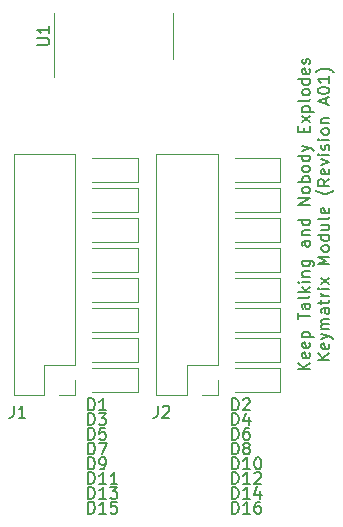
<source format=gto>
%TF.GenerationSoftware,KiCad,Pcbnew,(5.1.9)-1*%
%TF.CreationDate,2021-08-11T21:42:47+01:00*%
%TF.ProjectId,Keymatrix,4b65796d-6174-4726-9978-2e6b69636164,rev?*%
%TF.SameCoordinates,Original*%
%TF.FileFunction,Legend,Top*%
%TF.FilePolarity,Positive*%
%FSLAX46Y46*%
G04 Gerber Fmt 4.6, Leading zero omitted, Abs format (unit mm)*
G04 Created by KiCad (PCBNEW (5.1.9)-1) date 2021-08-11 21:42:47*
%MOMM*%
%LPD*%
G01*
G04 APERTURE LIST*
%ADD10C,0.150000*%
%ADD11C,0.120000*%
%ADD12O,1.700000X1.700000*%
%ADD13R,1.700000X1.700000*%
%ADD14R,1.100000X1.100000*%
%ADD15C,3.200000*%
G04 APERTURE END LIST*
D10*
X46627380Y-62619047D02*
X45627380Y-62619047D01*
X46627380Y-62047619D02*
X46055952Y-62476190D01*
X45627380Y-62047619D02*
X46198809Y-62619047D01*
X46579761Y-61238095D02*
X46627380Y-61333333D01*
X46627380Y-61523809D01*
X46579761Y-61619047D01*
X46484523Y-61666666D01*
X46103571Y-61666666D01*
X46008333Y-61619047D01*
X45960714Y-61523809D01*
X45960714Y-61333333D01*
X46008333Y-61238095D01*
X46103571Y-61190476D01*
X46198809Y-61190476D01*
X46294047Y-61666666D01*
X46579761Y-60380952D02*
X46627380Y-60476190D01*
X46627380Y-60666666D01*
X46579761Y-60761904D01*
X46484523Y-60809523D01*
X46103571Y-60809523D01*
X46008333Y-60761904D01*
X45960714Y-60666666D01*
X45960714Y-60476190D01*
X46008333Y-60380952D01*
X46103571Y-60333333D01*
X46198809Y-60333333D01*
X46294047Y-60809523D01*
X45960714Y-59904761D02*
X46960714Y-59904761D01*
X46008333Y-59904761D02*
X45960714Y-59809523D01*
X45960714Y-59619047D01*
X46008333Y-59523809D01*
X46055952Y-59476190D01*
X46151190Y-59428571D01*
X46436904Y-59428571D01*
X46532142Y-59476190D01*
X46579761Y-59523809D01*
X46627380Y-59619047D01*
X46627380Y-59809523D01*
X46579761Y-59904761D01*
X45627380Y-58380952D02*
X45627380Y-57809523D01*
X46627380Y-58095238D02*
X45627380Y-58095238D01*
X46627380Y-57047619D02*
X46103571Y-57047619D01*
X46008333Y-57095238D01*
X45960714Y-57190476D01*
X45960714Y-57380952D01*
X46008333Y-57476190D01*
X46579761Y-57047619D02*
X46627380Y-57142857D01*
X46627380Y-57380952D01*
X46579761Y-57476190D01*
X46484523Y-57523809D01*
X46389285Y-57523809D01*
X46294047Y-57476190D01*
X46246428Y-57380952D01*
X46246428Y-57142857D01*
X46198809Y-57047619D01*
X46627380Y-56428571D02*
X46579761Y-56523809D01*
X46484523Y-56571428D01*
X45627380Y-56571428D01*
X46627380Y-56047619D02*
X45627380Y-56047619D01*
X46246428Y-55952380D02*
X46627380Y-55666666D01*
X45960714Y-55666666D02*
X46341666Y-56047619D01*
X46627380Y-55238095D02*
X45960714Y-55238095D01*
X45627380Y-55238095D02*
X45675000Y-55285714D01*
X45722619Y-55238095D01*
X45675000Y-55190476D01*
X45627380Y-55238095D01*
X45722619Y-55238095D01*
X45960714Y-54761904D02*
X46627380Y-54761904D01*
X46055952Y-54761904D02*
X46008333Y-54714285D01*
X45960714Y-54619047D01*
X45960714Y-54476190D01*
X46008333Y-54380952D01*
X46103571Y-54333333D01*
X46627380Y-54333333D01*
X45960714Y-53428571D02*
X46770238Y-53428571D01*
X46865476Y-53476190D01*
X46913095Y-53523809D01*
X46960714Y-53619047D01*
X46960714Y-53761904D01*
X46913095Y-53857142D01*
X46579761Y-53428571D02*
X46627380Y-53523809D01*
X46627380Y-53714285D01*
X46579761Y-53809523D01*
X46532142Y-53857142D01*
X46436904Y-53904761D01*
X46151190Y-53904761D01*
X46055952Y-53857142D01*
X46008333Y-53809523D01*
X45960714Y-53714285D01*
X45960714Y-53523809D01*
X46008333Y-53428571D01*
X46627380Y-51761904D02*
X46103571Y-51761904D01*
X46008333Y-51809523D01*
X45960714Y-51904761D01*
X45960714Y-52095238D01*
X46008333Y-52190476D01*
X46579761Y-51761904D02*
X46627380Y-51857142D01*
X46627380Y-52095238D01*
X46579761Y-52190476D01*
X46484523Y-52238095D01*
X46389285Y-52238095D01*
X46294047Y-52190476D01*
X46246428Y-52095238D01*
X46246428Y-51857142D01*
X46198809Y-51761904D01*
X45960714Y-51285714D02*
X46627380Y-51285714D01*
X46055952Y-51285714D02*
X46008333Y-51238095D01*
X45960714Y-51142857D01*
X45960714Y-51000000D01*
X46008333Y-50904761D01*
X46103571Y-50857142D01*
X46627380Y-50857142D01*
X46627380Y-49952380D02*
X45627380Y-49952380D01*
X46579761Y-49952380D02*
X46627380Y-50047619D01*
X46627380Y-50238095D01*
X46579761Y-50333333D01*
X46532142Y-50380952D01*
X46436904Y-50428571D01*
X46151190Y-50428571D01*
X46055952Y-50380952D01*
X46008333Y-50333333D01*
X45960714Y-50238095D01*
X45960714Y-50047619D01*
X46008333Y-49952380D01*
X46627380Y-48714285D02*
X45627380Y-48714285D01*
X46627380Y-48142857D01*
X45627380Y-48142857D01*
X46627380Y-47523809D02*
X46579761Y-47619047D01*
X46532142Y-47666666D01*
X46436904Y-47714285D01*
X46151190Y-47714285D01*
X46055952Y-47666666D01*
X46008333Y-47619047D01*
X45960714Y-47523809D01*
X45960714Y-47380952D01*
X46008333Y-47285714D01*
X46055952Y-47238095D01*
X46151190Y-47190476D01*
X46436904Y-47190476D01*
X46532142Y-47238095D01*
X46579761Y-47285714D01*
X46627380Y-47380952D01*
X46627380Y-47523809D01*
X46627380Y-46761904D02*
X45627380Y-46761904D01*
X46008333Y-46761904D02*
X45960714Y-46666666D01*
X45960714Y-46476190D01*
X46008333Y-46380952D01*
X46055952Y-46333333D01*
X46151190Y-46285714D01*
X46436904Y-46285714D01*
X46532142Y-46333333D01*
X46579761Y-46380952D01*
X46627380Y-46476190D01*
X46627380Y-46666666D01*
X46579761Y-46761904D01*
X46627380Y-45714285D02*
X46579761Y-45809523D01*
X46532142Y-45857142D01*
X46436904Y-45904761D01*
X46151190Y-45904761D01*
X46055952Y-45857142D01*
X46008333Y-45809523D01*
X45960714Y-45714285D01*
X45960714Y-45571428D01*
X46008333Y-45476190D01*
X46055952Y-45428571D01*
X46151190Y-45380952D01*
X46436904Y-45380952D01*
X46532142Y-45428571D01*
X46579761Y-45476190D01*
X46627380Y-45571428D01*
X46627380Y-45714285D01*
X46627380Y-44523809D02*
X45627380Y-44523809D01*
X46579761Y-44523809D02*
X46627380Y-44619047D01*
X46627380Y-44809523D01*
X46579761Y-44904761D01*
X46532142Y-44952380D01*
X46436904Y-45000000D01*
X46151190Y-45000000D01*
X46055952Y-44952380D01*
X46008333Y-44904761D01*
X45960714Y-44809523D01*
X45960714Y-44619047D01*
X46008333Y-44523809D01*
X45960714Y-44142857D02*
X46627380Y-43904761D01*
X45960714Y-43666666D02*
X46627380Y-43904761D01*
X46865476Y-44000000D01*
X46913095Y-44047619D01*
X46960714Y-44142857D01*
X46103571Y-42523809D02*
X46103571Y-42190476D01*
X46627380Y-42047619D02*
X46627380Y-42523809D01*
X45627380Y-42523809D01*
X45627380Y-42047619D01*
X46627380Y-41714285D02*
X45960714Y-41190476D01*
X45960714Y-41714285D02*
X46627380Y-41190476D01*
X45960714Y-40809523D02*
X46960714Y-40809523D01*
X46008333Y-40809523D02*
X45960714Y-40714285D01*
X45960714Y-40523809D01*
X46008333Y-40428571D01*
X46055952Y-40380952D01*
X46151190Y-40333333D01*
X46436904Y-40333333D01*
X46532142Y-40380952D01*
X46579761Y-40428571D01*
X46627380Y-40523809D01*
X46627380Y-40714285D01*
X46579761Y-40809523D01*
X46627380Y-39761904D02*
X46579761Y-39857142D01*
X46484523Y-39904761D01*
X45627380Y-39904761D01*
X46627380Y-39238095D02*
X46579761Y-39333333D01*
X46532142Y-39380952D01*
X46436904Y-39428571D01*
X46151190Y-39428571D01*
X46055952Y-39380952D01*
X46008333Y-39333333D01*
X45960714Y-39238095D01*
X45960714Y-39095238D01*
X46008333Y-39000000D01*
X46055952Y-38952380D01*
X46151190Y-38904761D01*
X46436904Y-38904761D01*
X46532142Y-38952380D01*
X46579761Y-39000000D01*
X46627380Y-39095238D01*
X46627380Y-39238095D01*
X46627380Y-38047619D02*
X45627380Y-38047619D01*
X46579761Y-38047619D02*
X46627380Y-38142857D01*
X46627380Y-38333333D01*
X46579761Y-38428571D01*
X46532142Y-38476190D01*
X46436904Y-38523809D01*
X46151190Y-38523809D01*
X46055952Y-38476190D01*
X46008333Y-38428571D01*
X45960714Y-38333333D01*
X45960714Y-38142857D01*
X46008333Y-38047619D01*
X46579761Y-37190476D02*
X46627380Y-37285714D01*
X46627380Y-37476190D01*
X46579761Y-37571428D01*
X46484523Y-37619047D01*
X46103571Y-37619047D01*
X46008333Y-37571428D01*
X45960714Y-37476190D01*
X45960714Y-37285714D01*
X46008333Y-37190476D01*
X46103571Y-37142857D01*
X46198809Y-37142857D01*
X46294047Y-37619047D01*
X46579761Y-36761904D02*
X46627380Y-36666666D01*
X46627380Y-36476190D01*
X46579761Y-36380952D01*
X46484523Y-36333333D01*
X46436904Y-36333333D01*
X46341666Y-36380952D01*
X46294047Y-36476190D01*
X46294047Y-36619047D01*
X46246428Y-36714285D01*
X46151190Y-36761904D01*
X46103571Y-36761904D01*
X46008333Y-36714285D01*
X45960714Y-36619047D01*
X45960714Y-36476190D01*
X46008333Y-36380952D01*
X48277380Y-61833333D02*
X47277380Y-61833333D01*
X48277380Y-61261904D02*
X47705952Y-61690476D01*
X47277380Y-61261904D02*
X47848809Y-61833333D01*
X48229761Y-60452380D02*
X48277380Y-60547619D01*
X48277380Y-60738095D01*
X48229761Y-60833333D01*
X48134523Y-60880952D01*
X47753571Y-60880952D01*
X47658333Y-60833333D01*
X47610714Y-60738095D01*
X47610714Y-60547619D01*
X47658333Y-60452380D01*
X47753571Y-60404761D01*
X47848809Y-60404761D01*
X47944047Y-60880952D01*
X47610714Y-60071428D02*
X48277380Y-59833333D01*
X47610714Y-59595238D02*
X48277380Y-59833333D01*
X48515476Y-59928571D01*
X48563095Y-59976190D01*
X48610714Y-60071428D01*
X48277380Y-59214285D02*
X47610714Y-59214285D01*
X47705952Y-59214285D02*
X47658333Y-59166666D01*
X47610714Y-59071428D01*
X47610714Y-58928571D01*
X47658333Y-58833333D01*
X47753571Y-58785714D01*
X48277380Y-58785714D01*
X47753571Y-58785714D02*
X47658333Y-58738095D01*
X47610714Y-58642857D01*
X47610714Y-58500000D01*
X47658333Y-58404761D01*
X47753571Y-58357142D01*
X48277380Y-58357142D01*
X48277380Y-57452380D02*
X47753571Y-57452380D01*
X47658333Y-57500000D01*
X47610714Y-57595238D01*
X47610714Y-57785714D01*
X47658333Y-57880952D01*
X48229761Y-57452380D02*
X48277380Y-57547619D01*
X48277380Y-57785714D01*
X48229761Y-57880952D01*
X48134523Y-57928571D01*
X48039285Y-57928571D01*
X47944047Y-57880952D01*
X47896428Y-57785714D01*
X47896428Y-57547619D01*
X47848809Y-57452380D01*
X47610714Y-57119047D02*
X47610714Y-56738095D01*
X47277380Y-56976190D02*
X48134523Y-56976190D01*
X48229761Y-56928571D01*
X48277380Y-56833333D01*
X48277380Y-56738095D01*
X48277380Y-56404761D02*
X47610714Y-56404761D01*
X47801190Y-56404761D02*
X47705952Y-56357142D01*
X47658333Y-56309523D01*
X47610714Y-56214285D01*
X47610714Y-56119047D01*
X48277380Y-55785714D02*
X47610714Y-55785714D01*
X47277380Y-55785714D02*
X47325000Y-55833333D01*
X47372619Y-55785714D01*
X47325000Y-55738095D01*
X47277380Y-55785714D01*
X47372619Y-55785714D01*
X48277380Y-55404761D02*
X47610714Y-54880952D01*
X47610714Y-55404761D02*
X48277380Y-54880952D01*
X48277380Y-53738095D02*
X47277380Y-53738095D01*
X47991666Y-53404761D01*
X47277380Y-53071428D01*
X48277380Y-53071428D01*
X48277380Y-52452380D02*
X48229761Y-52547619D01*
X48182142Y-52595238D01*
X48086904Y-52642857D01*
X47801190Y-52642857D01*
X47705952Y-52595238D01*
X47658333Y-52547619D01*
X47610714Y-52452380D01*
X47610714Y-52309523D01*
X47658333Y-52214285D01*
X47705952Y-52166666D01*
X47801190Y-52119047D01*
X48086904Y-52119047D01*
X48182142Y-52166666D01*
X48229761Y-52214285D01*
X48277380Y-52309523D01*
X48277380Y-52452380D01*
X48277380Y-51261904D02*
X47277380Y-51261904D01*
X48229761Y-51261904D02*
X48277380Y-51357142D01*
X48277380Y-51547619D01*
X48229761Y-51642857D01*
X48182142Y-51690476D01*
X48086904Y-51738095D01*
X47801190Y-51738095D01*
X47705952Y-51690476D01*
X47658333Y-51642857D01*
X47610714Y-51547619D01*
X47610714Y-51357142D01*
X47658333Y-51261904D01*
X47610714Y-50357142D02*
X48277380Y-50357142D01*
X47610714Y-50785714D02*
X48134523Y-50785714D01*
X48229761Y-50738095D01*
X48277380Y-50642857D01*
X48277380Y-50500000D01*
X48229761Y-50404761D01*
X48182142Y-50357142D01*
X48277380Y-49738095D02*
X48229761Y-49833333D01*
X48134523Y-49880952D01*
X47277380Y-49880952D01*
X48229761Y-48976190D02*
X48277380Y-49071428D01*
X48277380Y-49261904D01*
X48229761Y-49357142D01*
X48134523Y-49404761D01*
X47753571Y-49404761D01*
X47658333Y-49357142D01*
X47610714Y-49261904D01*
X47610714Y-49071428D01*
X47658333Y-48976190D01*
X47753571Y-48928571D01*
X47848809Y-48928571D01*
X47944047Y-49404761D01*
X48658333Y-47452380D02*
X48610714Y-47500000D01*
X48467857Y-47595238D01*
X48372619Y-47642857D01*
X48229761Y-47690476D01*
X47991666Y-47738095D01*
X47801190Y-47738095D01*
X47563095Y-47690476D01*
X47420238Y-47642857D01*
X47325000Y-47595238D01*
X47182142Y-47500000D01*
X47134523Y-47452380D01*
X48277380Y-46500000D02*
X47801190Y-46833333D01*
X48277380Y-47071428D02*
X47277380Y-47071428D01*
X47277380Y-46690476D01*
X47325000Y-46595238D01*
X47372619Y-46547619D01*
X47467857Y-46500000D01*
X47610714Y-46500000D01*
X47705952Y-46547619D01*
X47753571Y-46595238D01*
X47801190Y-46690476D01*
X47801190Y-47071428D01*
X48229761Y-45690476D02*
X48277380Y-45785714D01*
X48277380Y-45976190D01*
X48229761Y-46071428D01*
X48134523Y-46119047D01*
X47753571Y-46119047D01*
X47658333Y-46071428D01*
X47610714Y-45976190D01*
X47610714Y-45785714D01*
X47658333Y-45690476D01*
X47753571Y-45642857D01*
X47848809Y-45642857D01*
X47944047Y-46119047D01*
X47610714Y-45309523D02*
X48277380Y-45071428D01*
X47610714Y-44833333D01*
X48277380Y-44452380D02*
X47610714Y-44452380D01*
X47277380Y-44452380D02*
X47325000Y-44500000D01*
X47372619Y-44452380D01*
X47325000Y-44404761D01*
X47277380Y-44452380D01*
X47372619Y-44452380D01*
X48229761Y-44023809D02*
X48277380Y-43928571D01*
X48277380Y-43738095D01*
X48229761Y-43642857D01*
X48134523Y-43595238D01*
X48086904Y-43595238D01*
X47991666Y-43642857D01*
X47944047Y-43738095D01*
X47944047Y-43880952D01*
X47896428Y-43976190D01*
X47801190Y-44023809D01*
X47753571Y-44023809D01*
X47658333Y-43976190D01*
X47610714Y-43880952D01*
X47610714Y-43738095D01*
X47658333Y-43642857D01*
X48277380Y-43166666D02*
X47610714Y-43166666D01*
X47277380Y-43166666D02*
X47325000Y-43214285D01*
X47372619Y-43166666D01*
X47325000Y-43119047D01*
X47277380Y-43166666D01*
X47372619Y-43166666D01*
X48277380Y-42547619D02*
X48229761Y-42642857D01*
X48182142Y-42690476D01*
X48086904Y-42738095D01*
X47801190Y-42738095D01*
X47705952Y-42690476D01*
X47658333Y-42642857D01*
X47610714Y-42547619D01*
X47610714Y-42404761D01*
X47658333Y-42309523D01*
X47705952Y-42261904D01*
X47801190Y-42214285D01*
X48086904Y-42214285D01*
X48182142Y-42261904D01*
X48229761Y-42309523D01*
X48277380Y-42404761D01*
X48277380Y-42547619D01*
X47610714Y-41785714D02*
X48277380Y-41785714D01*
X47705952Y-41785714D02*
X47658333Y-41738095D01*
X47610714Y-41642857D01*
X47610714Y-41500000D01*
X47658333Y-41404761D01*
X47753571Y-41357142D01*
X48277380Y-41357142D01*
X47991666Y-40166666D02*
X47991666Y-39690476D01*
X48277380Y-40261904D02*
X47277380Y-39928571D01*
X48277380Y-39595238D01*
X47277380Y-39071428D02*
X47277380Y-38976190D01*
X47325000Y-38880952D01*
X47372619Y-38833333D01*
X47467857Y-38785714D01*
X47658333Y-38738095D01*
X47896428Y-38738095D01*
X48086904Y-38785714D01*
X48182142Y-38833333D01*
X48229761Y-38880952D01*
X48277380Y-38976190D01*
X48277380Y-39071428D01*
X48229761Y-39166666D01*
X48182142Y-39214285D01*
X48086904Y-39261904D01*
X47896428Y-39309523D01*
X47658333Y-39309523D01*
X47467857Y-39261904D01*
X47372619Y-39214285D01*
X47325000Y-39166666D01*
X47277380Y-39071428D01*
X48277380Y-37785714D02*
X48277380Y-38357142D01*
X48277380Y-38071428D02*
X47277380Y-38071428D01*
X47420238Y-38166666D01*
X47515476Y-38261904D01*
X47563095Y-38357142D01*
X48658333Y-37452380D02*
X48610714Y-37404761D01*
X48467857Y-37309523D01*
X48372619Y-37261904D01*
X48229761Y-37214285D01*
X47991666Y-37166666D01*
X47801190Y-37166666D01*
X47563095Y-37214285D01*
X47420238Y-37261904D01*
X47325000Y-37309523D01*
X47182142Y-37404761D01*
X47134523Y-37452380D01*
D11*
%TO.C,J1*%
X26760000Y-44390000D02*
X21560000Y-44390000D01*
X26760000Y-62230000D02*
X26760000Y-44390000D01*
X21560000Y-64830000D02*
X21560000Y-44390000D01*
X26760000Y-62230000D02*
X24160000Y-62230000D01*
X24160000Y-62230000D02*
X24160000Y-64830000D01*
X24160000Y-64830000D02*
X21560000Y-64830000D01*
X26760000Y-63500000D02*
X26760000Y-64830000D01*
X26760000Y-64830000D02*
X25430000Y-64830000D01*
%TO.C,D16*%
X44140000Y-64500000D02*
X44140000Y-62500000D01*
X44140000Y-62500000D02*
X40290000Y-62500000D01*
X44140000Y-64500000D02*
X40290000Y-64500000D01*
%TO.C,D15*%
X32075000Y-64500000D02*
X32075000Y-62500000D01*
X32075000Y-62500000D02*
X28225000Y-62500000D01*
X32075000Y-64500000D02*
X28225000Y-64500000D01*
%TO.C,D14*%
X44140000Y-61960000D02*
X44140000Y-59960000D01*
X44140000Y-59960000D02*
X40290000Y-59960000D01*
X44140000Y-61960000D02*
X40290000Y-61960000D01*
%TO.C,D13*%
X32075000Y-61960000D02*
X32075000Y-59960000D01*
X32075000Y-59960000D02*
X28225000Y-59960000D01*
X32075000Y-61960000D02*
X28225000Y-61960000D01*
%TO.C,D12*%
X44140000Y-59420000D02*
X44140000Y-57420000D01*
X44140000Y-57420000D02*
X40290000Y-57420000D01*
X44140000Y-59420000D02*
X40290000Y-59420000D01*
%TO.C,D11*%
X32075000Y-59420000D02*
X32075000Y-57420000D01*
X32075000Y-57420000D02*
X28225000Y-57420000D01*
X32075000Y-59420000D02*
X28225000Y-59420000D01*
%TO.C,D10*%
X44140000Y-56880000D02*
X44140000Y-54880000D01*
X44140000Y-54880000D02*
X40290000Y-54880000D01*
X44140000Y-56880000D02*
X40290000Y-56880000D01*
%TO.C,D9*%
X32075000Y-56880000D02*
X32075000Y-54880000D01*
X32075000Y-54880000D02*
X28225000Y-54880000D01*
X32075000Y-56880000D02*
X28225000Y-56880000D01*
%TO.C,D8*%
X44140000Y-54340000D02*
X44140000Y-52340000D01*
X44140000Y-52340000D02*
X40290000Y-52340000D01*
X44140000Y-54340000D02*
X40290000Y-54340000D01*
%TO.C,D7*%
X32075000Y-54340000D02*
X32075000Y-52340000D01*
X32075000Y-52340000D02*
X28225000Y-52340000D01*
X32075000Y-54340000D02*
X28225000Y-54340000D01*
%TO.C,D6*%
X44140000Y-51800000D02*
X44140000Y-49800000D01*
X44140000Y-49800000D02*
X40290000Y-49800000D01*
X44140000Y-51800000D02*
X40290000Y-51800000D01*
%TO.C,D5*%
X32075000Y-51800000D02*
X32075000Y-49800000D01*
X32075000Y-49800000D02*
X28225000Y-49800000D01*
X32075000Y-51800000D02*
X28225000Y-51800000D01*
%TO.C,D4*%
X44140000Y-49260000D02*
X44140000Y-47260000D01*
X44140000Y-47260000D02*
X40290000Y-47260000D01*
X44140000Y-49260000D02*
X40290000Y-49260000D01*
%TO.C,D3*%
X32075000Y-49260000D02*
X32075000Y-47260000D01*
X32075000Y-47260000D02*
X28225000Y-47260000D01*
X32075000Y-49260000D02*
X28225000Y-49260000D01*
%TO.C,D2*%
X44140000Y-46720000D02*
X44140000Y-44720000D01*
X44140000Y-44720000D02*
X40290000Y-44720000D01*
X44140000Y-46720000D02*
X40290000Y-46720000D01*
%TO.C,D1*%
X32075000Y-46720000D02*
X32075000Y-44720000D01*
X32075000Y-44720000D02*
X28225000Y-44720000D01*
X32075000Y-46720000D02*
X28225000Y-46720000D01*
%TO.C,J2*%
X38825000Y-44390000D02*
X33625000Y-44390000D01*
X38825000Y-62230000D02*
X38825000Y-44390000D01*
X33625000Y-64830000D02*
X33625000Y-44390000D01*
X38825000Y-62230000D02*
X36225000Y-62230000D01*
X36225000Y-62230000D02*
X36225000Y-64830000D01*
X36225000Y-64830000D02*
X33625000Y-64830000D01*
X38825000Y-63500000D02*
X38825000Y-64830000D01*
X38825000Y-64830000D02*
X37495000Y-64830000D01*
%TO.C,U1*%
X35060000Y-34375000D02*
X35060000Y-32425000D01*
X35060000Y-34375000D02*
X35060000Y-36325000D01*
X24940000Y-34375000D02*
X24940000Y-32425000D01*
X24940000Y-34375000D02*
X24940000Y-37825000D01*
%TO.C,J1*%
D10*
X21541666Y-65702380D02*
X21541666Y-66416666D01*
X21494047Y-66559523D01*
X21398809Y-66654761D01*
X21255952Y-66702380D01*
X21160714Y-66702380D01*
X22541666Y-66702380D02*
X21970238Y-66702380D01*
X22255952Y-66702380D02*
X22255952Y-65702380D01*
X22160714Y-65845238D01*
X22065476Y-65940476D01*
X21970238Y-65988095D01*
%TO.C,D16*%
X40035714Y-74827380D02*
X40035714Y-73827380D01*
X40273809Y-73827380D01*
X40416666Y-73875000D01*
X40511904Y-73970238D01*
X40559523Y-74065476D01*
X40607142Y-74255952D01*
X40607142Y-74398809D01*
X40559523Y-74589285D01*
X40511904Y-74684523D01*
X40416666Y-74779761D01*
X40273809Y-74827380D01*
X40035714Y-74827380D01*
X41559523Y-74827380D02*
X40988095Y-74827380D01*
X41273809Y-74827380D02*
X41273809Y-73827380D01*
X41178571Y-73970238D01*
X41083333Y-74065476D01*
X40988095Y-74113095D01*
X42416666Y-73827380D02*
X42226190Y-73827380D01*
X42130952Y-73875000D01*
X42083333Y-73922619D01*
X41988095Y-74065476D01*
X41940476Y-74255952D01*
X41940476Y-74636904D01*
X41988095Y-74732142D01*
X42035714Y-74779761D01*
X42130952Y-74827380D01*
X42321428Y-74827380D01*
X42416666Y-74779761D01*
X42464285Y-74732142D01*
X42511904Y-74636904D01*
X42511904Y-74398809D01*
X42464285Y-74303571D01*
X42416666Y-74255952D01*
X42321428Y-74208333D01*
X42130952Y-74208333D01*
X42035714Y-74255952D01*
X41988095Y-74303571D01*
X41940476Y-74398809D01*
%TO.C,D15*%
X27848214Y-74827380D02*
X27848214Y-73827380D01*
X28086309Y-73827380D01*
X28229166Y-73875000D01*
X28324404Y-73970238D01*
X28372023Y-74065476D01*
X28419642Y-74255952D01*
X28419642Y-74398809D01*
X28372023Y-74589285D01*
X28324404Y-74684523D01*
X28229166Y-74779761D01*
X28086309Y-74827380D01*
X27848214Y-74827380D01*
X29372023Y-74827380D02*
X28800595Y-74827380D01*
X29086309Y-74827380D02*
X29086309Y-73827380D01*
X28991071Y-73970238D01*
X28895833Y-74065476D01*
X28800595Y-74113095D01*
X30276785Y-73827380D02*
X29800595Y-73827380D01*
X29752976Y-74303571D01*
X29800595Y-74255952D01*
X29895833Y-74208333D01*
X30133928Y-74208333D01*
X30229166Y-74255952D01*
X30276785Y-74303571D01*
X30324404Y-74398809D01*
X30324404Y-74636904D01*
X30276785Y-74732142D01*
X30229166Y-74779761D01*
X30133928Y-74827380D01*
X29895833Y-74827380D01*
X29800595Y-74779761D01*
X29752976Y-74732142D01*
%TO.C,D14*%
X40035714Y-73577380D02*
X40035714Y-72577380D01*
X40273809Y-72577380D01*
X40416666Y-72625000D01*
X40511904Y-72720238D01*
X40559523Y-72815476D01*
X40607142Y-73005952D01*
X40607142Y-73148809D01*
X40559523Y-73339285D01*
X40511904Y-73434523D01*
X40416666Y-73529761D01*
X40273809Y-73577380D01*
X40035714Y-73577380D01*
X41559523Y-73577380D02*
X40988095Y-73577380D01*
X41273809Y-73577380D02*
X41273809Y-72577380D01*
X41178571Y-72720238D01*
X41083333Y-72815476D01*
X40988095Y-72863095D01*
X42416666Y-72910714D02*
X42416666Y-73577380D01*
X42178571Y-72529761D02*
X41940476Y-73244047D01*
X42559523Y-73244047D01*
%TO.C,D13*%
X27848214Y-73577380D02*
X27848214Y-72577380D01*
X28086309Y-72577380D01*
X28229166Y-72625000D01*
X28324404Y-72720238D01*
X28372023Y-72815476D01*
X28419642Y-73005952D01*
X28419642Y-73148809D01*
X28372023Y-73339285D01*
X28324404Y-73434523D01*
X28229166Y-73529761D01*
X28086309Y-73577380D01*
X27848214Y-73577380D01*
X29372023Y-73577380D02*
X28800595Y-73577380D01*
X29086309Y-73577380D02*
X29086309Y-72577380D01*
X28991071Y-72720238D01*
X28895833Y-72815476D01*
X28800595Y-72863095D01*
X29705357Y-72577380D02*
X30324404Y-72577380D01*
X29991071Y-72958333D01*
X30133928Y-72958333D01*
X30229166Y-73005952D01*
X30276785Y-73053571D01*
X30324404Y-73148809D01*
X30324404Y-73386904D01*
X30276785Y-73482142D01*
X30229166Y-73529761D01*
X30133928Y-73577380D01*
X29848214Y-73577380D01*
X29752976Y-73529761D01*
X29705357Y-73482142D01*
%TO.C,D12*%
X40035714Y-72327380D02*
X40035714Y-71327380D01*
X40273809Y-71327380D01*
X40416666Y-71375000D01*
X40511904Y-71470238D01*
X40559523Y-71565476D01*
X40607142Y-71755952D01*
X40607142Y-71898809D01*
X40559523Y-72089285D01*
X40511904Y-72184523D01*
X40416666Y-72279761D01*
X40273809Y-72327380D01*
X40035714Y-72327380D01*
X41559523Y-72327380D02*
X40988095Y-72327380D01*
X41273809Y-72327380D02*
X41273809Y-71327380D01*
X41178571Y-71470238D01*
X41083333Y-71565476D01*
X40988095Y-71613095D01*
X41940476Y-71422619D02*
X41988095Y-71375000D01*
X42083333Y-71327380D01*
X42321428Y-71327380D01*
X42416666Y-71375000D01*
X42464285Y-71422619D01*
X42511904Y-71517857D01*
X42511904Y-71613095D01*
X42464285Y-71755952D01*
X41892857Y-72327380D01*
X42511904Y-72327380D01*
%TO.C,D11*%
X27848214Y-72327380D02*
X27848214Y-71327380D01*
X28086309Y-71327380D01*
X28229166Y-71375000D01*
X28324404Y-71470238D01*
X28372023Y-71565476D01*
X28419642Y-71755952D01*
X28419642Y-71898809D01*
X28372023Y-72089285D01*
X28324404Y-72184523D01*
X28229166Y-72279761D01*
X28086309Y-72327380D01*
X27848214Y-72327380D01*
X29372023Y-72327380D02*
X28800595Y-72327380D01*
X29086309Y-72327380D02*
X29086309Y-71327380D01*
X28991071Y-71470238D01*
X28895833Y-71565476D01*
X28800595Y-71613095D01*
X30324404Y-72327380D02*
X29752976Y-72327380D01*
X30038690Y-72327380D02*
X30038690Y-71327380D01*
X29943452Y-71470238D01*
X29848214Y-71565476D01*
X29752976Y-71613095D01*
%TO.C,D10*%
X40035714Y-71077380D02*
X40035714Y-70077380D01*
X40273809Y-70077380D01*
X40416666Y-70125000D01*
X40511904Y-70220238D01*
X40559523Y-70315476D01*
X40607142Y-70505952D01*
X40607142Y-70648809D01*
X40559523Y-70839285D01*
X40511904Y-70934523D01*
X40416666Y-71029761D01*
X40273809Y-71077380D01*
X40035714Y-71077380D01*
X41559523Y-71077380D02*
X40988095Y-71077380D01*
X41273809Y-71077380D02*
X41273809Y-70077380D01*
X41178571Y-70220238D01*
X41083333Y-70315476D01*
X40988095Y-70363095D01*
X42178571Y-70077380D02*
X42273809Y-70077380D01*
X42369047Y-70125000D01*
X42416666Y-70172619D01*
X42464285Y-70267857D01*
X42511904Y-70458333D01*
X42511904Y-70696428D01*
X42464285Y-70886904D01*
X42416666Y-70982142D01*
X42369047Y-71029761D01*
X42273809Y-71077380D01*
X42178571Y-71077380D01*
X42083333Y-71029761D01*
X42035714Y-70982142D01*
X41988095Y-70886904D01*
X41940476Y-70696428D01*
X41940476Y-70458333D01*
X41988095Y-70267857D01*
X42035714Y-70172619D01*
X42083333Y-70125000D01*
X42178571Y-70077380D01*
%TO.C,D9*%
X27848213Y-71077380D02*
X27848213Y-70077380D01*
X28086309Y-70077380D01*
X28229166Y-70125000D01*
X28324404Y-70220238D01*
X28372023Y-70315476D01*
X28419642Y-70505952D01*
X28419642Y-70648809D01*
X28372023Y-70839285D01*
X28324404Y-70934523D01*
X28229166Y-71029761D01*
X28086309Y-71077380D01*
X27848213Y-71077380D01*
X28895832Y-71077380D02*
X29086309Y-71077380D01*
X29181547Y-71029761D01*
X29229166Y-70982142D01*
X29324404Y-70839285D01*
X29372023Y-70648809D01*
X29372023Y-70267857D01*
X29324404Y-70172619D01*
X29276785Y-70125000D01*
X29181547Y-70077380D01*
X28991070Y-70077380D01*
X28895832Y-70125000D01*
X28848213Y-70172619D01*
X28800594Y-70267857D01*
X28800594Y-70505952D01*
X28848213Y-70601190D01*
X28895832Y-70648809D01*
X28991070Y-70696428D01*
X29181547Y-70696428D01*
X29276785Y-70648809D01*
X29324404Y-70601190D01*
X29372023Y-70505952D01*
%TO.C,D8*%
X40035713Y-69827380D02*
X40035713Y-68827380D01*
X40273809Y-68827380D01*
X40416666Y-68875000D01*
X40511904Y-68970238D01*
X40559523Y-69065476D01*
X40607142Y-69255952D01*
X40607142Y-69398809D01*
X40559523Y-69589285D01*
X40511904Y-69684523D01*
X40416666Y-69779761D01*
X40273809Y-69827380D01*
X40035713Y-69827380D01*
X41178570Y-69255952D02*
X41083332Y-69208333D01*
X41035713Y-69160714D01*
X40988094Y-69065476D01*
X40988094Y-69017857D01*
X41035713Y-68922619D01*
X41083332Y-68875000D01*
X41178570Y-68827380D01*
X41369047Y-68827380D01*
X41464285Y-68875000D01*
X41511904Y-68922619D01*
X41559523Y-69017857D01*
X41559523Y-69065476D01*
X41511904Y-69160714D01*
X41464285Y-69208333D01*
X41369047Y-69255952D01*
X41178570Y-69255952D01*
X41083332Y-69303571D01*
X41035713Y-69351190D01*
X40988094Y-69446428D01*
X40988094Y-69636904D01*
X41035713Y-69732142D01*
X41083332Y-69779761D01*
X41178570Y-69827380D01*
X41369047Y-69827380D01*
X41464285Y-69779761D01*
X41511904Y-69732142D01*
X41559523Y-69636904D01*
X41559523Y-69446428D01*
X41511904Y-69351190D01*
X41464285Y-69303571D01*
X41369047Y-69255952D01*
%TO.C,D7*%
X27848213Y-69827380D02*
X27848213Y-68827380D01*
X28086309Y-68827380D01*
X28229166Y-68875000D01*
X28324404Y-68970238D01*
X28372023Y-69065476D01*
X28419642Y-69255952D01*
X28419642Y-69398809D01*
X28372023Y-69589285D01*
X28324404Y-69684523D01*
X28229166Y-69779761D01*
X28086309Y-69827380D01*
X27848213Y-69827380D01*
X28752975Y-68827380D02*
X29419642Y-68827380D01*
X28991070Y-69827380D01*
%TO.C,D6*%
X40035713Y-68577380D02*
X40035713Y-67577380D01*
X40273809Y-67577380D01*
X40416666Y-67625000D01*
X40511904Y-67720238D01*
X40559523Y-67815476D01*
X40607142Y-68005952D01*
X40607142Y-68148809D01*
X40559523Y-68339285D01*
X40511904Y-68434523D01*
X40416666Y-68529761D01*
X40273809Y-68577380D01*
X40035713Y-68577380D01*
X41464285Y-67577380D02*
X41273809Y-67577380D01*
X41178570Y-67625000D01*
X41130951Y-67672619D01*
X41035713Y-67815476D01*
X40988094Y-68005952D01*
X40988094Y-68386904D01*
X41035713Y-68482142D01*
X41083332Y-68529761D01*
X41178570Y-68577380D01*
X41369047Y-68577380D01*
X41464285Y-68529761D01*
X41511904Y-68482142D01*
X41559523Y-68386904D01*
X41559523Y-68148809D01*
X41511904Y-68053571D01*
X41464285Y-68005952D01*
X41369047Y-67958333D01*
X41178570Y-67958333D01*
X41083332Y-68005952D01*
X41035713Y-68053571D01*
X40988094Y-68148809D01*
%TO.C,D5*%
X27848213Y-68577380D02*
X27848213Y-67577380D01*
X28086309Y-67577380D01*
X28229166Y-67625000D01*
X28324404Y-67720238D01*
X28372023Y-67815476D01*
X28419642Y-68005952D01*
X28419642Y-68148809D01*
X28372023Y-68339285D01*
X28324404Y-68434523D01*
X28229166Y-68529761D01*
X28086309Y-68577380D01*
X27848213Y-68577380D01*
X29324404Y-67577380D02*
X28848213Y-67577380D01*
X28800594Y-68053571D01*
X28848213Y-68005952D01*
X28943451Y-67958333D01*
X29181547Y-67958333D01*
X29276785Y-68005952D01*
X29324404Y-68053571D01*
X29372023Y-68148809D01*
X29372023Y-68386904D01*
X29324404Y-68482142D01*
X29276785Y-68529761D01*
X29181547Y-68577380D01*
X28943451Y-68577380D01*
X28848213Y-68529761D01*
X28800594Y-68482142D01*
%TO.C,D4*%
X40035713Y-67327380D02*
X40035713Y-66327380D01*
X40273809Y-66327380D01*
X40416666Y-66375000D01*
X40511904Y-66470238D01*
X40559523Y-66565476D01*
X40607142Y-66755952D01*
X40607142Y-66898809D01*
X40559523Y-67089285D01*
X40511904Y-67184523D01*
X40416666Y-67279761D01*
X40273809Y-67327380D01*
X40035713Y-67327380D01*
X41464285Y-66660714D02*
X41464285Y-67327380D01*
X41226189Y-66279761D02*
X40988094Y-66994047D01*
X41607142Y-66994047D01*
%TO.C,D3*%
X27848213Y-67327380D02*
X27848213Y-66327380D01*
X28086309Y-66327380D01*
X28229166Y-66375000D01*
X28324404Y-66470238D01*
X28372023Y-66565476D01*
X28419642Y-66755952D01*
X28419642Y-66898809D01*
X28372023Y-67089285D01*
X28324404Y-67184523D01*
X28229166Y-67279761D01*
X28086309Y-67327380D01*
X27848213Y-67327380D01*
X28752975Y-66327380D02*
X29372023Y-66327380D01*
X29038689Y-66708333D01*
X29181547Y-66708333D01*
X29276785Y-66755952D01*
X29324404Y-66803571D01*
X29372023Y-66898809D01*
X29372023Y-67136904D01*
X29324404Y-67232142D01*
X29276785Y-67279761D01*
X29181547Y-67327380D01*
X28895832Y-67327380D01*
X28800594Y-67279761D01*
X28752975Y-67232142D01*
%TO.C,D2*%
X40035713Y-66077380D02*
X40035713Y-65077380D01*
X40273809Y-65077380D01*
X40416666Y-65125000D01*
X40511904Y-65220238D01*
X40559523Y-65315476D01*
X40607142Y-65505952D01*
X40607142Y-65648809D01*
X40559523Y-65839285D01*
X40511904Y-65934523D01*
X40416666Y-66029761D01*
X40273809Y-66077380D01*
X40035713Y-66077380D01*
X40988094Y-65172619D02*
X41035713Y-65125000D01*
X41130951Y-65077380D01*
X41369047Y-65077380D01*
X41464285Y-65125000D01*
X41511904Y-65172619D01*
X41559523Y-65267857D01*
X41559523Y-65363095D01*
X41511904Y-65505952D01*
X40940475Y-66077380D01*
X41559523Y-66077380D01*
%TO.C,D1*%
X27848213Y-66077380D02*
X27848213Y-65077380D01*
X28086309Y-65077380D01*
X28229166Y-65125000D01*
X28324404Y-65220238D01*
X28372023Y-65315476D01*
X28419642Y-65505952D01*
X28419642Y-65648809D01*
X28372023Y-65839285D01*
X28324404Y-65934523D01*
X28229166Y-66029761D01*
X28086309Y-66077380D01*
X27848213Y-66077380D01*
X29372023Y-66077380D02*
X28800594Y-66077380D01*
X29086309Y-66077380D02*
X29086309Y-65077380D01*
X28991070Y-65220238D01*
X28895832Y-65315476D01*
X28800594Y-65363095D01*
%TO.C,J2*%
X33729166Y-65702380D02*
X33729166Y-66416666D01*
X33681547Y-66559523D01*
X33586309Y-66654761D01*
X33443452Y-66702380D01*
X33348214Y-66702380D01*
X34157738Y-65797619D02*
X34205357Y-65750000D01*
X34300595Y-65702380D01*
X34538690Y-65702380D01*
X34633928Y-65750000D01*
X34681547Y-65797619D01*
X34729166Y-65892857D01*
X34729166Y-65988095D01*
X34681547Y-66130952D01*
X34110119Y-66702380D01*
X34729166Y-66702380D01*
%TO.C,U1*%
X23552380Y-35136904D02*
X24361904Y-35136904D01*
X24457142Y-35089285D01*
X24504761Y-35041666D01*
X24552380Y-34946428D01*
X24552380Y-34755952D01*
X24504761Y-34660714D01*
X24457142Y-34613095D01*
X24361904Y-34565476D01*
X23552380Y-34565476D01*
X24552380Y-33565476D02*
X24552380Y-34136904D01*
X24552380Y-33851190D02*
X23552380Y-33851190D01*
X23695238Y-33946428D01*
X23790476Y-34041666D01*
X23838095Y-34136904D01*
%TD*%
%LPC*%
D12*
%TO.C,J1*%
X22890000Y-45720000D03*
X25430000Y-45720000D03*
X22890000Y-48260000D03*
X25430000Y-48260000D03*
X22890000Y-50800000D03*
X25430000Y-50800000D03*
X22890000Y-53340000D03*
X25430000Y-53340000D03*
X22890000Y-55880000D03*
X25430000Y-55880000D03*
X22890000Y-58420000D03*
X25430000Y-58420000D03*
X22890000Y-60960000D03*
X25430000Y-60960000D03*
X22890000Y-63500000D03*
D13*
X25430000Y-63500000D03*
%TD*%
D14*
%TO.C,D16*%
X40540000Y-63500000D03*
X43340000Y-63500000D03*
%TD*%
%TO.C,D15*%
X28475000Y-63500000D03*
X31275000Y-63500000D03*
%TD*%
%TO.C,D14*%
X40540000Y-60960000D03*
X43340000Y-60960000D03*
%TD*%
%TO.C,D13*%
X28475000Y-60960000D03*
X31275000Y-60960000D03*
%TD*%
%TO.C,D12*%
X40540000Y-58420000D03*
X43340000Y-58420000D03*
%TD*%
%TO.C,D11*%
X28475000Y-58420000D03*
X31275000Y-58420000D03*
%TD*%
%TO.C,D10*%
X40540000Y-55880000D03*
X43340000Y-55880000D03*
%TD*%
%TO.C,D9*%
X28475000Y-55880000D03*
X31275000Y-55880000D03*
%TD*%
%TO.C,D8*%
X40540000Y-53340000D03*
X43340000Y-53340000D03*
%TD*%
%TO.C,D7*%
X28475000Y-53340000D03*
X31275000Y-53340000D03*
%TD*%
%TO.C,D6*%
X40540000Y-50800000D03*
X43340000Y-50800000D03*
%TD*%
%TO.C,D5*%
X28475000Y-50800000D03*
X31275000Y-50800000D03*
%TD*%
%TO.C,D4*%
X40540000Y-48260000D03*
X43340000Y-48260000D03*
%TD*%
%TO.C,D3*%
X28475000Y-48260000D03*
X31275000Y-48260000D03*
%TD*%
%TO.C,D2*%
X40540000Y-45720000D03*
X43340000Y-45720000D03*
%TD*%
%TO.C,D1*%
X28475000Y-45720000D03*
X31275000Y-45720000D03*
%TD*%
D12*
%TO.C,J2*%
X34955000Y-45720000D03*
X37495000Y-45720000D03*
X34955000Y-48260000D03*
X37495000Y-48260000D03*
X34955000Y-50800000D03*
X37495000Y-50800000D03*
X34955000Y-53340000D03*
X37495000Y-53340000D03*
X34955000Y-55880000D03*
X37495000Y-55880000D03*
X34955000Y-58420000D03*
X37495000Y-58420000D03*
X34955000Y-60960000D03*
X37495000Y-60960000D03*
X34955000Y-63500000D03*
D13*
X37495000Y-63500000D03*
%TD*%
D15*
%TO.C,REF\u002A\u002A*%
X34500000Y-75000000D03*
%TD*%
%TO.C,U1*%
G36*
G01*
X25705000Y-37825000D02*
X25405000Y-37825000D01*
G75*
G02*
X25255000Y-37675000I0J150000D01*
G01*
X25255000Y-36025000D01*
G75*
G02*
X25405000Y-35875000I150000J0D01*
G01*
X25705000Y-35875000D01*
G75*
G02*
X25855000Y-36025000I0J-150000D01*
G01*
X25855000Y-37675000D01*
G75*
G02*
X25705000Y-37825000I-150000J0D01*
G01*
G37*
G36*
G01*
X26975000Y-37825000D02*
X26675000Y-37825000D01*
G75*
G02*
X26525000Y-37675000I0J150000D01*
G01*
X26525000Y-36025000D01*
G75*
G02*
X26675000Y-35875000I150000J0D01*
G01*
X26975000Y-35875000D01*
G75*
G02*
X27125000Y-36025000I0J-150000D01*
G01*
X27125000Y-37675000D01*
G75*
G02*
X26975000Y-37825000I-150000J0D01*
G01*
G37*
G36*
G01*
X28245000Y-37825000D02*
X27945000Y-37825000D01*
G75*
G02*
X27795000Y-37675000I0J150000D01*
G01*
X27795000Y-36025000D01*
G75*
G02*
X27945000Y-35875000I150000J0D01*
G01*
X28245000Y-35875000D01*
G75*
G02*
X28395000Y-36025000I0J-150000D01*
G01*
X28395000Y-37675000D01*
G75*
G02*
X28245000Y-37825000I-150000J0D01*
G01*
G37*
G36*
G01*
X29515000Y-37825000D02*
X29215000Y-37825000D01*
G75*
G02*
X29065000Y-37675000I0J150000D01*
G01*
X29065000Y-36025000D01*
G75*
G02*
X29215000Y-35875000I150000J0D01*
G01*
X29515000Y-35875000D01*
G75*
G02*
X29665000Y-36025000I0J-150000D01*
G01*
X29665000Y-37675000D01*
G75*
G02*
X29515000Y-37825000I-150000J0D01*
G01*
G37*
G36*
G01*
X30785000Y-37825000D02*
X30485000Y-37825000D01*
G75*
G02*
X30335000Y-37675000I0J150000D01*
G01*
X30335000Y-36025000D01*
G75*
G02*
X30485000Y-35875000I150000J0D01*
G01*
X30785000Y-35875000D01*
G75*
G02*
X30935000Y-36025000I0J-150000D01*
G01*
X30935000Y-37675000D01*
G75*
G02*
X30785000Y-37825000I-150000J0D01*
G01*
G37*
G36*
G01*
X32055000Y-37825000D02*
X31755000Y-37825000D01*
G75*
G02*
X31605000Y-37675000I0J150000D01*
G01*
X31605000Y-36025000D01*
G75*
G02*
X31755000Y-35875000I150000J0D01*
G01*
X32055000Y-35875000D01*
G75*
G02*
X32205000Y-36025000I0J-150000D01*
G01*
X32205000Y-37675000D01*
G75*
G02*
X32055000Y-37825000I-150000J0D01*
G01*
G37*
G36*
G01*
X33325000Y-37825000D02*
X33025000Y-37825000D01*
G75*
G02*
X32875000Y-37675000I0J150000D01*
G01*
X32875000Y-36025000D01*
G75*
G02*
X33025000Y-35875000I150000J0D01*
G01*
X33325000Y-35875000D01*
G75*
G02*
X33475000Y-36025000I0J-150000D01*
G01*
X33475000Y-37675000D01*
G75*
G02*
X33325000Y-37825000I-150000J0D01*
G01*
G37*
G36*
G01*
X34595000Y-37825000D02*
X34295000Y-37825000D01*
G75*
G02*
X34145000Y-37675000I0J150000D01*
G01*
X34145000Y-36025000D01*
G75*
G02*
X34295000Y-35875000I150000J0D01*
G01*
X34595000Y-35875000D01*
G75*
G02*
X34745000Y-36025000I0J-150000D01*
G01*
X34745000Y-37675000D01*
G75*
G02*
X34595000Y-37825000I-150000J0D01*
G01*
G37*
G36*
G01*
X34595000Y-32875000D02*
X34295000Y-32875000D01*
G75*
G02*
X34145000Y-32725000I0J150000D01*
G01*
X34145000Y-31075000D01*
G75*
G02*
X34295000Y-30925000I150000J0D01*
G01*
X34595000Y-30925000D01*
G75*
G02*
X34745000Y-31075000I0J-150000D01*
G01*
X34745000Y-32725000D01*
G75*
G02*
X34595000Y-32875000I-150000J0D01*
G01*
G37*
G36*
G01*
X33325000Y-32875000D02*
X33025000Y-32875000D01*
G75*
G02*
X32875000Y-32725000I0J150000D01*
G01*
X32875000Y-31075000D01*
G75*
G02*
X33025000Y-30925000I150000J0D01*
G01*
X33325000Y-30925000D01*
G75*
G02*
X33475000Y-31075000I0J-150000D01*
G01*
X33475000Y-32725000D01*
G75*
G02*
X33325000Y-32875000I-150000J0D01*
G01*
G37*
G36*
G01*
X32055000Y-32875000D02*
X31755000Y-32875000D01*
G75*
G02*
X31605000Y-32725000I0J150000D01*
G01*
X31605000Y-31075000D01*
G75*
G02*
X31755000Y-30925000I150000J0D01*
G01*
X32055000Y-30925000D01*
G75*
G02*
X32205000Y-31075000I0J-150000D01*
G01*
X32205000Y-32725000D01*
G75*
G02*
X32055000Y-32875000I-150000J0D01*
G01*
G37*
G36*
G01*
X30785000Y-32875000D02*
X30485000Y-32875000D01*
G75*
G02*
X30335000Y-32725000I0J150000D01*
G01*
X30335000Y-31075000D01*
G75*
G02*
X30485000Y-30925000I150000J0D01*
G01*
X30785000Y-30925000D01*
G75*
G02*
X30935000Y-31075000I0J-150000D01*
G01*
X30935000Y-32725000D01*
G75*
G02*
X30785000Y-32875000I-150000J0D01*
G01*
G37*
G36*
G01*
X29515000Y-32875000D02*
X29215000Y-32875000D01*
G75*
G02*
X29065000Y-32725000I0J150000D01*
G01*
X29065000Y-31075000D01*
G75*
G02*
X29215000Y-30925000I150000J0D01*
G01*
X29515000Y-30925000D01*
G75*
G02*
X29665000Y-31075000I0J-150000D01*
G01*
X29665000Y-32725000D01*
G75*
G02*
X29515000Y-32875000I-150000J0D01*
G01*
G37*
G36*
G01*
X28245000Y-32875000D02*
X27945000Y-32875000D01*
G75*
G02*
X27795000Y-32725000I0J150000D01*
G01*
X27795000Y-31075000D01*
G75*
G02*
X27945000Y-30925000I150000J0D01*
G01*
X28245000Y-30925000D01*
G75*
G02*
X28395000Y-31075000I0J-150000D01*
G01*
X28395000Y-32725000D01*
G75*
G02*
X28245000Y-32875000I-150000J0D01*
G01*
G37*
G36*
G01*
X26975000Y-32875000D02*
X26675000Y-32875000D01*
G75*
G02*
X26525000Y-32725000I0J150000D01*
G01*
X26525000Y-31075000D01*
G75*
G02*
X26675000Y-30925000I150000J0D01*
G01*
X26975000Y-30925000D01*
G75*
G02*
X27125000Y-31075000I0J-150000D01*
G01*
X27125000Y-32725000D01*
G75*
G02*
X26975000Y-32875000I-150000J0D01*
G01*
G37*
G36*
G01*
X25705000Y-32875000D02*
X25405000Y-32875000D01*
G75*
G02*
X25255000Y-32725000I0J150000D01*
G01*
X25255000Y-31075000D01*
G75*
G02*
X25405000Y-30925000I150000J0D01*
G01*
X25705000Y-30925000D01*
G75*
G02*
X25855000Y-31075000I0J-150000D01*
G01*
X25855000Y-32725000D01*
G75*
G02*
X25705000Y-32875000I-150000J0D01*
G01*
G37*
%TD*%
D12*
%TO.C,J3*%
X25610000Y-23730000D03*
X25610000Y-26270000D03*
X28150000Y-23730000D03*
X28150000Y-26270000D03*
X30690000Y-23730000D03*
X30690000Y-26270000D03*
X33230000Y-23730000D03*
X33230000Y-26270000D03*
X35770000Y-23730000D03*
X35770000Y-26270000D03*
X38310000Y-23730000D03*
X38310000Y-26270000D03*
X40850000Y-23730000D03*
X40850000Y-26270000D03*
X43390000Y-23730000D03*
D13*
X43390000Y-26270000D03*
%TD*%
M02*

</source>
